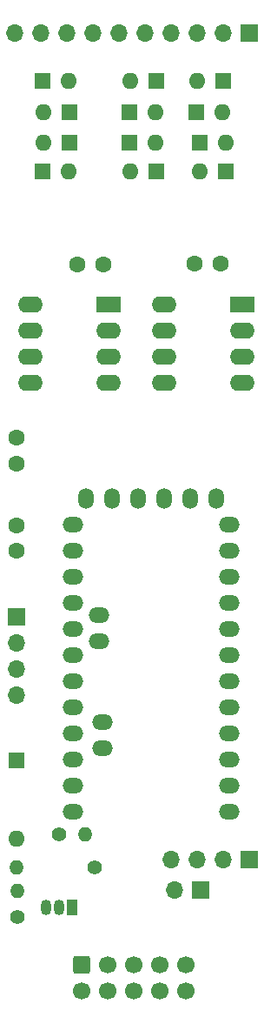
<source format=gts>
%TF.GenerationSoftware,KiCad,Pcbnew,(6.0.1)*%
%TF.CreationDate,2022-11-02T15:55:13-04:00*%
%TF.ProjectId,ER-MIDI-CV4-02_DB,45522d4d-4944-4492-9d43-56342d30325f,1*%
%TF.SameCoordinates,Original*%
%TF.FileFunction,Soldermask,Top*%
%TF.FilePolarity,Negative*%
%FSLAX46Y46*%
G04 Gerber Fmt 4.6, Leading zero omitted, Abs format (unit mm)*
G04 Created by KiCad (PCBNEW (6.0.1)) date 2022-11-02 15:55:13*
%MOMM*%
%LPD*%
G01*
G04 APERTURE LIST*
G04 Aperture macros list*
%AMRoundRect*
0 Rectangle with rounded corners*
0 $1 Rounding radius*
0 $2 $3 $4 $5 $6 $7 $8 $9 X,Y pos of 4 corners*
0 Add a 4 corners polygon primitive as box body*
4,1,4,$2,$3,$4,$5,$6,$7,$8,$9,$2,$3,0*
0 Add four circle primitives for the rounded corners*
1,1,$1+$1,$2,$3*
1,1,$1+$1,$4,$5*
1,1,$1+$1,$6,$7*
1,1,$1+$1,$8,$9*
0 Add four rect primitives between the rounded corners*
20,1,$1+$1,$2,$3,$4,$5,0*
20,1,$1+$1,$4,$5,$6,$7,0*
20,1,$1+$1,$6,$7,$8,$9,0*
20,1,$1+$1,$8,$9,$2,$3,0*%
G04 Aperture macros list end*
%ADD10C,1.400000*%
%ADD11O,1.400000X1.400000*%
%ADD12R,1.050000X1.500000*%
%ADD13O,1.050000X1.500000*%
%ADD14R,1.700000X1.700000*%
%ADD15O,1.700000X1.700000*%
%ADD16R,1.600000X1.600000*%
%ADD17O,1.600000X1.600000*%
%ADD18C,1.600000*%
%ADD19R,2.400000X1.600000*%
%ADD20O,2.400000X1.600000*%
%ADD21RoundRect,0.250000X-0.600000X0.600000X-0.600000X-0.600000X0.600000X-0.600000X0.600000X0.600000X0*%
%ADD22C,1.700000*%
%ADD23O,1.524000X2.000000*%
%ADD24O,2.000000X1.524000*%
G04 APERTURE END LIST*
D10*
%TO.C,R3*%
X103886000Y-121616000D03*
D11*
X103886000Y-119076000D03*
%TD*%
D10*
%TO.C,R1*%
X107900000Y-113538000D03*
D11*
X110440000Y-113538000D03*
%TD*%
D12*
%TO.C,Q1*%
X109220000Y-120650000D03*
D13*
X107950000Y-120650000D03*
X106680000Y-120650000D03*
%TD*%
D14*
%TO.C,J2*%
X126500000Y-35560000D03*
D15*
X123960000Y-35560000D03*
X121420000Y-35560000D03*
X118880000Y-35560000D03*
X116340000Y-35560000D03*
X113800000Y-35560000D03*
X111260000Y-35560000D03*
X108720000Y-35560000D03*
X106180000Y-35560000D03*
X103640000Y-35560000D03*
%TD*%
D14*
%TO.C,J4*%
X126500000Y-116000000D03*
D15*
X123960000Y-116000000D03*
X121420000Y-116000000D03*
X118880000Y-116000000D03*
%TD*%
D16*
%TO.C,D8*%
X114824315Y-46250000D03*
D17*
X117364315Y-46250000D03*
%TD*%
D14*
%TO.C,J5*%
X121775000Y-119000000D03*
D15*
X119235000Y-119000000D03*
%TD*%
D16*
%TO.C,D3*%
X106324315Y-40250000D03*
D17*
X108864315Y-40250000D03*
%TD*%
D18*
%TO.C,C1*%
X123650000Y-58000000D03*
X121150000Y-58000000D03*
%TD*%
D16*
%TO.C,D12*%
X106324315Y-49000000D03*
D17*
X108864315Y-49000000D03*
%TD*%
D19*
%TO.C,U1*%
X125800000Y-61950000D03*
D20*
X125800000Y-64490000D03*
X125800000Y-67030000D03*
X125800000Y-69570000D03*
X118180000Y-69570000D03*
X118180000Y-67030000D03*
X118180000Y-64490000D03*
X118180000Y-61950000D03*
%TD*%
D18*
%TO.C,C4*%
X103775000Y-83481000D03*
X103775000Y-85981000D03*
%TD*%
D19*
%TO.C,U2*%
X112800000Y-61950000D03*
D20*
X112800000Y-64490000D03*
X112800000Y-67030000D03*
X112800000Y-69570000D03*
X105180000Y-69570000D03*
X105180000Y-67030000D03*
X105180000Y-64490000D03*
X105180000Y-61950000D03*
%TD*%
D16*
%TO.C,D5*%
X114824315Y-43250000D03*
D17*
X117364315Y-43250000D03*
%TD*%
D16*
%TO.C,D7*%
X121648629Y-46250000D03*
D17*
X124188629Y-46250000D03*
%TD*%
D16*
%TO.C,D1*%
X123925686Y-40250000D03*
D17*
X121385686Y-40250000D03*
%TD*%
D21*
%TO.C,J1*%
X110109000Y-126247500D03*
D22*
X110109000Y-128787500D03*
X112649000Y-126247500D03*
X112649000Y-128787500D03*
X115189000Y-126247500D03*
X115189000Y-128787500D03*
X117729000Y-126247500D03*
X117729000Y-128787500D03*
X120269000Y-126247500D03*
X120269000Y-128787500D03*
%TD*%
D16*
%TO.C,D11*%
X117425686Y-49000000D03*
D17*
X114885686Y-49000000D03*
%TD*%
D16*
%TO.C,D2*%
X117425686Y-40250000D03*
D17*
X114885686Y-40250000D03*
%TD*%
D23*
%TO.C,U3*%
X123230005Y-80890008D03*
X120690005Y-80890008D03*
X118150005Y-80890008D03*
X115610005Y-80890008D03*
X113070005Y-80890008D03*
X110530005Y-80890008D03*
D24*
X124500005Y-83430008D03*
X124500005Y-85970008D03*
X124500005Y-88510008D03*
X124500005Y-91050008D03*
X124500005Y-93590008D03*
X124500005Y-96130008D03*
X124500005Y-98670008D03*
X124500005Y-101210008D03*
X124500005Y-103750008D03*
X124500005Y-106290008D03*
X124500005Y-108830008D03*
X124500005Y-111370008D03*
X109260005Y-83430008D03*
X109260005Y-85970008D03*
X109260005Y-88510008D03*
X109260005Y-91050008D03*
X109260005Y-93590008D03*
X109260005Y-96130008D03*
X109260005Y-98670008D03*
X109260005Y-101210008D03*
X109260005Y-103750008D03*
X109260005Y-106290008D03*
X109260005Y-108830008D03*
X109260005Y-111370008D03*
X111800005Y-92193008D03*
X111800005Y-94733008D03*
X112181005Y-102607008D03*
X112181005Y-105147008D03*
%TD*%
D18*
%TO.C,C3*%
X103775000Y-77481000D03*
X103775000Y-74981000D03*
%TD*%
D16*
%TO.C,D6*%
X108925686Y-43250000D03*
D17*
X106385686Y-43250000D03*
%TD*%
D18*
%TO.C,C2*%
X112250000Y-58100000D03*
X109750000Y-58100000D03*
%TD*%
D14*
%TO.C,J3*%
X103775000Y-92401000D03*
D15*
X103775000Y-94941000D03*
X103775000Y-97481000D03*
X103775000Y-100021000D03*
%TD*%
D10*
%TO.C,R2*%
X111410000Y-116800000D03*
D11*
X103790000Y-116800000D03*
%TD*%
D16*
%TO.C,D9*%
X108925686Y-46250000D03*
D17*
X106385686Y-46250000D03*
%TD*%
D16*
%TO.C,D13*%
X103800000Y-106390000D03*
D17*
X103800000Y-114010000D03*
%TD*%
D16*
%TO.C,D4*%
X121324315Y-43250000D03*
D17*
X123864315Y-43250000D03*
%TD*%
D16*
%TO.C,D10*%
X124175686Y-49000000D03*
D17*
X121635686Y-49000000D03*
%TD*%
M02*

</source>
